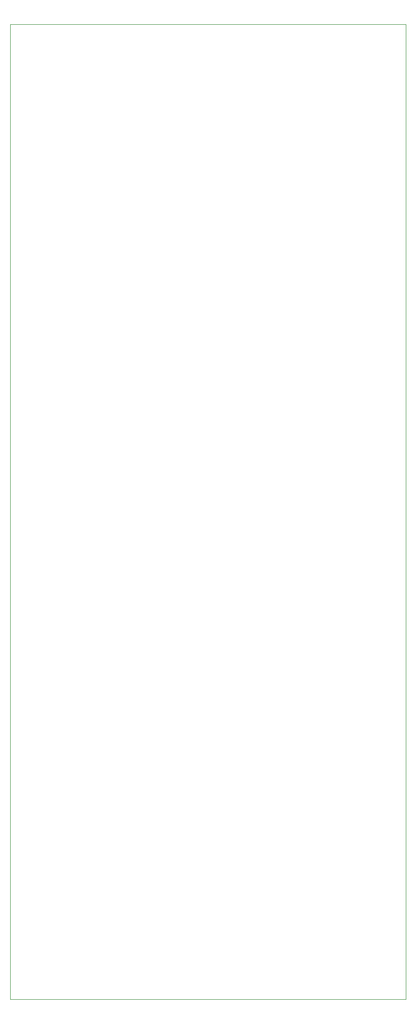
<source format=gm1>
G04 #@! TF.GenerationSoftware,KiCad,Pcbnew,(6.0.5)*
G04 #@! TF.CreationDate,2022-11-21T20:26:23-06:00*
G04 #@! TF.ProjectId,KosmoClockMain,4b6f736d-6f43-46c6-9f63-6b4d61696e2e,rev?*
G04 #@! TF.SameCoordinates,Original*
G04 #@! TF.FileFunction,Profile,NP*
%FSLAX46Y46*%
G04 Gerber Fmt 4.6, Leading zero omitted, Abs format (unit mm)*
G04 Created by KiCad (PCBNEW (6.0.5)) date 2022-11-21 20:26:23*
%MOMM*%
%LPD*%
G01*
G04 APERTURE LIST*
G04 #@! TA.AperFunction,Profile*
%ADD10C,0.100000*%
G04 #@! TD*
G04 APERTURE END LIST*
D10*
X103000000Y-15000000D02*
X172000000Y-15000000D01*
X172000000Y-15000000D02*
X172000000Y-185000000D01*
X172000000Y-185000000D02*
X103000000Y-185000000D01*
X103000000Y-185000000D02*
X103000000Y-15000000D01*
M02*

</source>
